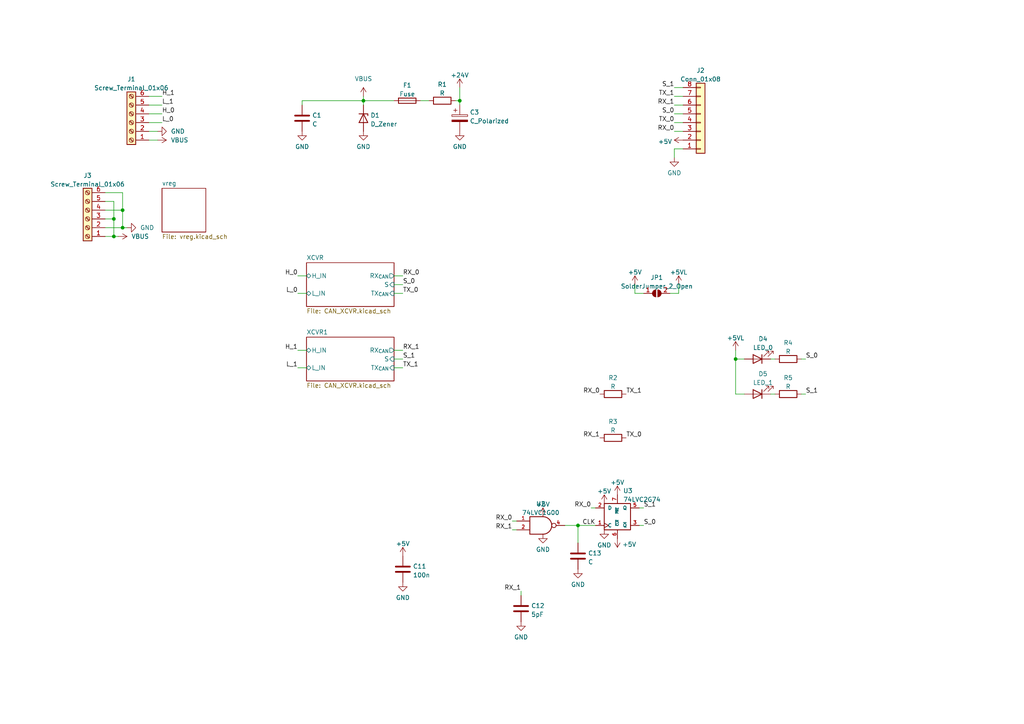
<source format=kicad_sch>
(kicad_sch (version 20230121) (generator eeschema)
  (paper "A4")
  (lib_symbols
    (symbol "74xGxx:74LVC1G00" (pin_names (offset 1.016))
      (property "Reference" "U" (at -2.54 3.81 0))
      (property "Value" "74LVC1G00" (at 0 -3.81 0))
      (symbol "74LVC1G00_0_1"
        (arc (start 0 -2.54) (mid 2.529 0) (end 0 2.54) (stroke (width 0.254)))
        (polyline (pts (xy 0 -2.54) (xy -3.81 -2.54) (xy -3.81 2.54) (xy 0 2.54)) (stroke (width 0.254)))
      )
      (symbol "74LVC1G00_1_1"
        (pin input line (at -7.62 1.27 0) (length 3.81) (name "~") (number "1"))
        (pin input line (at -7.62 -1.27 0) (length 3.81) (name "~") (number "2"))
        (pin power_in line (at 0 -2.54 270) (length 0) hide (name "GND") (number "3"))
        (pin output inverted (at 6.35 0 180) (length 3.81) (name "~") (number "4"))
        (pin power_in line (at 0 2.54 90) (length 0) hide (name "VCC") (number "5"))
      )
    )
    (symbol "74xGxx:74LVC2G74" (pin_names (offset 1.016))
      (property "Reference" "U" (at -2.54 5.08 0))
      (property "Value" "74LVC2G74" (at 5.08 -5.08 0))
      (symbol "74LVC2G74_0_1"
        (rectangle (start -3.81 3.81) (end 3.81 -3.81) (stroke (width 0.254)))
      )
      (symbol "74LVC2G74_1_1"
        (pin input clock (at -6.35 -2.54 0) (length 2.54) (name "C") (number "1"))
        (pin input line (at -6.35 2.54 0) (length 2.54) (name "D") (number "2"))
        (pin output line (at 6.35 -2.54 180) (length 2.54) (name "~{Q}") (number "3"))
        (pin power_in line (at -3.81 -3.81 270) (length 0) hide (name "GND") (number "4"))
        (pin output line (at 6.35 2.54 180) (length 2.54) (name "Q") (number "5"))
        (pin input line (at 0 -6.35 90) (length 2.54) (name "~{CLR}") (number "6"))
        (pin input line (at 0 6.35 270) (length 2.54) (name "~{PRE}") (number "7"))
        (pin power_in line (at -3.81 3.81 90) (length 0) hide (name "VCC") (number "8"))
      )
    )
    (symbol "Connector:Screw_Terminal_01x06" (pin_names (offset 1.016) hide)
      (property "Reference" "J" (at 0 7.62 0))
      (property "Value" "Screw_Terminal_01x06" (at 0 -10.16 0))
      (symbol "Screw_Terminal_01x06_1_1"
        (rectangle (start -1.27 6.35) (end 1.27 -8.89) (stroke (width 0.254)) (fill (type background)))
        (circle (center 0 -7.62) (radius 0.635) (stroke (width 0.1524)))
        (circle (center 0 -5.08) (radius 0.635) (stroke (width 0.1524)))
        (circle (center 0 -2.54) (radius 0.635) (stroke (width 0.1524)))
        (polyline (pts (xy -0.5334 -7.2898) (xy 0.3302 -8.128)) (stroke (width 0.1524)))
        (polyline (pts (xy -0.5334 -4.7498) (xy 0.3302 -5.588)) (stroke (width 0.1524)))
        (polyline (pts (xy -0.5334 -2.2098) (xy 0.3302 -3.048)) (stroke (width 0.1524)))
        (polyline (pts (xy -0.5334 0.3302) (xy 0.3302 -0.508)) (stroke (width 0.1524)))
        (polyline (pts (xy -0.5334 2.8702) (xy 0.3302 2.032)) (stroke (width 0.1524)))
        (polyline (pts (xy -0.5334 5.4102) (xy 0.3302 4.572)) (stroke (width 0.1524)))
        (polyline (pts (xy -0.3556 -7.112) (xy 0.508 -7.9502)) (stroke (width 0.1524)))
        (polyline (pts (xy -0.3556 -4.572) (xy 0.508 -5.4102)) (stroke (width 0.1524)))
        (polyline (pts (xy -0.3556 -2.032) (xy 0.508 -2.8702)) (stroke (width 0.1524)))
        (polyline (pts (xy -0.3556 0.508) (xy 0.508 -0.3302)) (stroke (width 0.1524)))
        (polyline (pts (xy -0.3556 3.048) (xy 0.508 2.2098)) (stroke (width 0.1524)))
        (polyline (pts (xy -0.3556 5.588) (xy 0.508 4.7498)) (stroke (width 0.1524)))
        (circle (center 0 0) (radius 0.635) (stroke (width 0.1524)))
        (circle (center 0 2.54) (radius 0.635) (stroke (width 0.1524)))
        (circle (center 0 5.08) (radius 0.635) (stroke (width 0.1524)))
        (pin passive line (at -5.08 5.08 0) (length 3.81) (name "Pin_1") (number "1"))
        (pin passive line (at -5.08 2.54 0) (length 3.81) (name "Pin_2") (number "2"))
        (pin passive line (at -5.08 0 0) (length 3.81) (name "Pin_3") (number "3"))
        (pin passive line (at -5.08 -2.54 0) (length 3.81) (name "Pin_4") (number "4"))
        (pin passive line (at -5.08 -5.08 0) (length 3.81) (name "Pin_5") (number "5"))
        (pin passive line (at -5.08 -7.62 0) (length 3.81) (name "Pin_6") (number "6"))
      )
    )
    (symbol "Connector_Generic:Conn_01x08" (pin_names (offset 1.016) hide)
      (property "Reference" "J" (at 0 10.16 0))
      (property "Value" "Conn_01x08" (at 0 -12.7 0))
      (symbol "Conn_01x08_1_1"
        (rectangle (start -1.27 -10.033) (end 0 -10.287) (stroke (width 0.1524)))
        (rectangle (start -1.27 -7.493) (end 0 -7.747) (stroke (width 0.1524)))
        (rectangle (start -1.27 -4.953) (end 0 -5.207) (stroke (width 0.1524)))
        (rectangle (start -1.27 -2.413) (end 0 -2.667) (stroke (width 0.1524)))
        (rectangle (start -1.27 0.127) (end 0 -0.127) (stroke (width 0.1524)))
        (rectangle (start -1.27 2.667) (end 0 2.413) (stroke (width 0.1524)))
        (rectangle (start -1.27 5.207) (end 0 4.953) (stroke (width 0.1524)))
        (rectangle (start -1.27 7.747) (end 0 7.493) (stroke (width 0.1524)))
        (rectangle (start -1.27 8.89) (end 1.27 -11.43) (stroke (width 0.254)) (fill (type background)))
        (pin passive line (at -5.08 7.62 0) (length 3.81) (name "Pin_1") (number "1"))
        (pin passive line (at -5.08 5.08 0) (length 3.81) (name "Pin_2") (number "2"))
        (pin passive line (at -5.08 2.54 0) (length 3.81) (name "Pin_3") (number "3"))
        (pin passive line (at -5.08 0 0) (length 3.81) (name "Pin_4") (number "4"))
        (pin passive line (at -5.08 -2.54 0) (length 3.81) (name "Pin_5") (number "5"))
        (pin passive line (at -5.08 -5.08 0) (length 3.81) (name "Pin_6") (number "6"))
        (pin passive line (at -5.08 -7.62 0) (length 3.81) (name "Pin_7") (number "7"))
        (pin passive line (at -5.08 -10.16 0) (length 3.81) (name "Pin_8") (number "8"))
      )
    )
    (symbol "Device:C" (pin_numbers hide) (pin_names (offset 0.254))
      (property "Reference" "C" (at 0.635 2.54 0))
      (property "Value" "C" (at 0.635 -2.54 0))
      (symbol "C_0_1"
        (polyline (pts (xy -2.032 -0.762) (xy 2.032 -0.762)) (stroke (width 0.508)))
        (polyline (pts (xy -2.032 0.762) (xy 2.032 0.762)) (stroke (width 0.508)))
      )
      (symbol "C_1_1"
        (pin passive line (at 0 3.81 270) (length 2.794) (name "~") (number "1"))
        (pin passive line (at 0 -3.81 90) (length 2.794) (name "~") (number "2"))
      )
    )
    (symbol "Device:C_Polarized" (pin_numbers hide) (pin_names (offset 0.254))
      (property "Reference" "C" (at 0.635 2.54 0))
      (property "Value" "C_Polarized" (at 0.635 -2.54 0))
      (symbol "C_Polarized_0_1"
        (rectangle (start -2.286 0.508) (end 2.286 1.016))
        (polyline (pts (xy -1.778 2.286) (xy -0.762 2.286)))
        (polyline (pts (xy -1.27 2.794) (xy -1.27 1.778)))
        (rectangle (start 2.286 -0.508) (end -2.286 -1.016) (fill (type outline)))
      )
      (symbol "C_Polarized_1_1"
        (pin passive line (at 0 3.81 270) (length 2.794) (name "~") (number "1"))
        (pin passive line (at 0 -3.81 90) (length 2.794) (name "~") (number "2"))
      )
    )
    (symbol "Device:D_Zener" (pin_numbers hide) (pin_names (offset 1.016) hide)
      (property "Reference" "D" (at 0 2.54 0))
      (property "Value" "D_Zener" (at 0 -2.54 0))
      (symbol "D_Zener_0_1"
        (polyline (pts (xy 1.27 0) (xy -1.27 0)))
        (polyline (pts (xy -1.27 -1.27) (xy -1.27 1.27) (xy -0.762 1.27)) (stroke (width 0.254)))
        (polyline (pts (xy 1.27 -1.27) (xy 1.27 1.27) (xy -1.27 0) (xy 1.27 -1.27)) (stroke (width 0.254)))
      )
      (symbol "D_Zener_1_1"
        (pin passive line (at -3.81 0 0) (length 2.54) (name "K") (number "1"))
        (pin passive line (at 3.81 0 180) (length 2.54) (name "A") (number "2"))
      )
    )
    (symbol "Device:Fuse" (pin_numbers hide) (pin_names (offset 0))
      (property "Reference" "F" (at 2.032 0 90))
      (property "Value" "Fuse" (at -1.905 0 90))
      (symbol "Fuse_0_1"
        (rectangle (start -0.762 -2.54) (end 0.762 2.54) (stroke (width 0.254)))
        (polyline (pts (xy 0 2.54) (xy 0 -2.54)))
      )
      (symbol "Fuse_1_1"
        (pin passive line (at 0 3.81 270) (length 1.27) (name "~") (number "1"))
        (pin passive line (at 0 -3.81 90) (length 1.27) (name "~") (number "2"))
      )
    )
    (symbol "Device:LED" (pin_numbers hide) (pin_names (offset 1.016) hide)
      (property "Reference" "D" (at 0 2.54 0))
      (property "Value" "LED" (at 0 -2.54 0))
      (symbol "LED_0_1"
        (polyline (pts (xy -1.27 -1.27) (xy -1.27 1.27)) (stroke (width 0.254)))
        (polyline (pts (xy -1.27 0) (xy 1.27 0)))
        (polyline (pts (xy 1.27 -1.27) (xy 1.27 1.27) (xy -1.27 0) (xy 1.27 -1.27)) (stroke (width 0.254)))
        (polyline (pts (xy -3.048 -0.762) (xy -4.572 -2.286) (xy -3.81 -2.286) (xy -4.572 -2.286) (xy -4.572 -1.524)))
        (polyline (pts (xy -1.778 -0.762) (xy -3.302 -2.286) (xy -2.54 -2.286) (xy -3.302 -2.286) (xy -3.302 -1.524)))
      )
      (symbol "LED_1_1"
        (pin passive line (at -3.81 0 0) (length 2.54) (name "K") (number "1"))
        (pin passive line (at 3.81 0 180) (length 2.54) (name "A") (number "2"))
      )
    )
    (symbol "Device:R" (pin_numbers hide) (pin_names (offset 0))
      (property "Reference" "R" (at 2.032 0 90))
      (property "Value" "R" (at 0 0 90))
      (symbol "R_0_1"
        (rectangle (start -1.016 -2.54) (end 1.016 2.54) (stroke (width 0.254)))
      )
      (symbol "R_1_1"
        (pin passive line (at 0 3.81 270) (length 1.27) (name "~") (number "1"))
        (pin passive line (at 0 -3.81 90) (length 1.27) (name "~") (number "2"))
      )
    )
    (symbol "Jumper:SolderJumper_2_Open" (pin_names (offset 0) hide)
      (property "Reference" "JP" (at 0 2.032 0))
      (property "Value" "SolderJumper_2_Open" (at 0 -2.54 0))
      (symbol "SolderJumper_2_Open_0_1"
        (arc (start -0.254 1.016) (mid -1.2656 0) (end -0.254 -1.016))
        (arc (start -0.254 1.016) (mid -1.2656 0) (end -0.254 -1.016) (fill (type outline)))
        (polyline (pts (xy -0.254 1.016) (xy -0.254 -1.016)))
        (polyline (pts (xy 0.254 1.016) (xy 0.254 -1.016)))
        (arc (start 0.254 -1.016) (mid 1.2656 0) (end 0.254 1.016))
        (arc (start 0.254 -1.016) (mid 1.2656 0) (end 0.254 1.016) (fill (type outline)))
      )
      (symbol "SolderJumper_2_Open_1_1"
        (pin passive line (at -3.81 0 0) (length 2.54) (name "A") (number "1"))
        (pin passive line (at 3.81 0 180) (length 2.54) (name "B") (number "2"))
      )
    )
    (symbol "power:+24V" (power) (pin_names (offset 0))
      (property "Value" "+24V" (at 0 3.556 0))
      (symbol "+24V_0_1"
        (polyline (pts (xy -0.762 1.27) (xy 0 2.54)))
        (polyline (pts (xy 0 0) (xy 0 2.54)))
        (polyline (pts (xy 0 2.54) (xy 0.762 1.27)))
      )
      (symbol "+24V_1_1"
        (pin power_in line (at 0 0 90) (length 0) hide (name "+24V") (number "1"))
      )
    )
    (symbol "power:+5V" (power) (pin_names (offset 0))
      (property "Value" "+5V" (at 0 3.556 0))
      (symbol "+5V_0_1"
        (polyline (pts (xy -0.762 1.27) (xy 0 2.54)))
        (polyline (pts (xy 0 0) (xy 0 2.54)))
        (polyline (pts (xy 0 2.54) (xy 0.762 1.27)))
      )
      (symbol "+5V_1_1"
        (pin power_in line (at 0 0 90) (length 0) hide (name "+5V") (number "1"))
      )
    )
    (symbol "power:+5VL" (power) (pin_names (offset 0))
      (property "Value" "+5VL" (at 0 3.556 0))
      (symbol "+5VL_0_1"
        (polyline (pts (xy -0.762 1.27) (xy 0 2.54)))
        (polyline (pts (xy 0 0) (xy 0 2.54)))
        (polyline (pts (xy 0 2.54) (xy 0.762 1.27)))
      )
      (symbol "+5VL_1_1"
        (pin power_in line (at 0 0 90) (length 0) hide (name "+5VL") (number "1"))
      )
    )
    (symbol "power:GND" (power) (pin_names (offset 0))
      (property "Value" "GND" (at 0 -3.81 0))
      (symbol "GND_0_1"
        (polyline (pts (xy 0 0) (xy 0 -1.27) (xy 1.27 -1.27) (xy 0 -2.54) (xy -1.27 -1.27) (xy 0 -1.27)))
      )
      (symbol "GND_1_1"
        (pin power_in line (at 0 0 270) (length 0) hide (name "GND") (number "1"))
      )
    )
    (symbol "power:VBUS" (power) (pin_names (offset 0))
      (property "Value" "VBUS" (at 0 3.81 0))
      (symbol "VBUS_0_1"
        (polyline (pts (xy -0.762 1.27) (xy 0 2.54)))
        (polyline (pts (xy 0 0) (xy 0 2.54)))
        (polyline (pts (xy 0 2.54) (xy 0.762 1.27)))
      )
      (symbol "VBUS_1_1"
        (pin power_in line (at 0 0 90) (length 0) hide (name "VBUS") (number "1"))
      )
    )
  )
  (junction (at 33.02 63.5))
  (junction (at 35.56 60.96))
  (junction (at 33.02 68.58))
  (junction (at 133.35 29.21))
  (junction (at 35.56 66.04))
  (junction (at 167.64 152.4))
  (junction (at 213.36 104.14))
  (junction (at 105.41 29.21))
  (wire (pts (xy 43.18 40.64) (xy 45.72 40.64)))
  (wire (pts (xy 163.83 152.4) (xy 167.64 152.4)))
  (wire (pts (xy 195.58 43.18) (xy 198.12 43.18)))
  (wire (pts (xy 33.02 68.58) (xy 34.29 68.58)))
  (wire (pts (xy 33.02 58.42) (xy 33.02 63.5)))
  (wire (pts (xy 86.36 80.01) (xy 88.9 80.01)))
  (wire (pts (xy 87.63 29.21) (xy 87.63 30.48)))
  (wire (pts (xy 148.59 151.13) (xy 149.86 151.13)))
  (wire (pts (xy 35.56 55.88) (xy 35.56 60.96)))
  (wire (pts (xy 105.41 29.21) (xy 114.3 29.21)))
  (wire (pts (xy 121.92 29.21) (xy 124.46 29.21)))
  (wire (pts (xy 43.18 27.94) (xy 46.99 27.94)))
  (wire (pts (xy 30.48 68.58) (xy 33.02 68.58)))
  (wire (pts (xy 105.41 27.94) (xy 105.41 29.21)))
  (wire (pts (xy 114.3 85.09) (xy 116.84 85.09)))
  (wire (pts (xy 185.42 152.4) (xy 186.69 152.4)))
  (wire (pts (xy 45.72 38.1) (xy 43.18 38.1)))
  (wire (pts (xy 105.41 29.21) (xy 105.41 30.48)))
  (wire (pts (xy 133.35 29.21) (xy 133.35 30.48)))
  (wire (pts (xy 186.69 85.09) (xy 184.15 85.09)))
  (wire (pts (xy 195.58 35.56) (xy 198.12 35.56)))
  (wire (pts (xy 133.35 25.4) (xy 133.35 29.21)))
  (wire (pts (xy 43.18 30.48) (xy 46.99 30.48)))
  (wire (pts (xy 86.36 106.68) (xy 88.9 106.68)))
  (wire (pts (xy 215.9 104.14) (xy 213.36 104.14)))
  (wire (pts (xy 213.36 114.3) (xy 215.9 114.3)))
  (wire (pts (xy 213.36 104.14) (xy 213.36 114.3)))
  (wire (pts (xy 223.52 104.14) (xy 224.79 104.14)))
  (wire (pts (xy 233.68 104.14) (xy 232.41 104.14)))
  (wire (pts (xy 114.3 80.01) (xy 116.84 80.01)))
  (wire (pts (xy 171.45 147.32) (xy 172.72 147.32)))
  (wire (pts (xy 194.31 85.09) (xy 196.85 85.09)))
  (wire (pts (xy 33.02 63.5) (xy 33.02 68.58)))
  (wire (pts (xy 114.3 106.68) (xy 116.84 106.68)))
  (wire (pts (xy 233.68 114.3) (xy 232.41 114.3)))
  (wire (pts (xy 185.42 147.32) (xy 186.69 147.32)))
  (wire (pts (xy 35.56 60.96) (xy 35.56 66.04)))
  (wire (pts (xy 195.58 38.1) (xy 198.12 38.1)))
  (wire (pts (xy 35.56 66.04) (xy 36.83 66.04)))
  (wire (pts (xy 30.48 60.96) (xy 35.56 60.96)))
  (wire (pts (xy 30.48 63.5) (xy 33.02 63.5)))
  (wire (pts (xy 196.85 85.09) (xy 196.85 82.55)))
  (wire (pts (xy 151.13 171.45) (xy 151.13 172.72)))
  (wire (pts (xy 30.48 66.04) (xy 35.56 66.04)))
  (wire (pts (xy 195.58 27.94) (xy 198.12 27.94)))
  (wire (pts (xy 224.79 114.3) (xy 223.52 114.3)))
  (wire (pts (xy 114.3 101.6) (xy 116.84 101.6)))
  (wire (pts (xy 87.63 29.21) (xy 105.41 29.21)))
  (wire (pts (xy 86.36 85.09) (xy 88.9 85.09)))
  (wire (pts (xy 30.48 58.42) (xy 33.02 58.42)))
  (wire (pts (xy 195.58 25.4) (xy 198.12 25.4)))
  (wire (pts (xy 195.58 30.48) (xy 198.12 30.48)))
  (wire (pts (xy 114.3 104.14) (xy 116.84 104.14)))
  (wire (pts (xy 43.18 33.02) (xy 46.99 33.02)))
  (wire (pts (xy 43.18 35.56) (xy 46.99 35.56)))
  (wire (pts (xy 30.48 55.88) (xy 35.56 55.88)))
  (wire (pts (xy 148.59 153.67) (xy 149.86 153.67)))
  (wire (pts (xy 114.3 82.55) (xy 116.84 82.55)))
  (wire (pts (xy 167.64 152.4) (xy 172.72 152.4)))
  (wire (pts (xy 167.64 152.4) (xy 167.64 157.48)))
  (wire (pts (xy 195.58 45.72) (xy 195.58 43.18)))
  (wire (pts (xy 195.58 33.02) (xy 198.12 33.02)))
  (wire (pts (xy 184.15 85.09) (xy 184.15 82.55)))
  (wire (pts (xy 213.36 101.6) (xy 213.36 104.14)))
  (wire (pts (xy 132.08 29.21) (xy 133.35 29.21)))
  (wire (pts (xy 86.36 101.6) (xy 88.9 101.6)))
  (label "RX_0" (at 148.59 151.13 180))
  (label "L_0" (at 46.99 35.56 0))
  (label "TX_1" (at 181.61 114.3 0))
  (label "TX_0" (at 195.58 35.56 180))
  (label "RX_1" (at 151.13 171.45 180))
  (label "RX_1" (at 116.84 101.6 0))
  (label "TX_1" (at 195.58 27.94 180))
  (label "S_1" (at 186.69 147.32 0))
  (label "H_0" (at 46.99 33.02 0))
  (label "TX_1" (at 116.84 106.68 0))
  (label "RX_1" (at 148.59 153.67 180))
  (label "S_1" (at 116.84 104.14 0))
  (label "H_1" (at 86.36 101.6 180))
  (label "RX_0" (at 173.99 114.3 180))
  (label "L_0" (at 86.36 85.09 180))
  (label "RX_0" (at 171.45 147.32 180))
  (label "L_1" (at 86.36 106.68 180))
  (label "S_0" (at 233.68 104.14 0))
  (label "H_1" (at 46.99 27.94 0))
  (label "RX_0" (at 195.58 38.1 180))
  (label "S_0" (at 116.84 82.55 0))
  (label "S_1" (at 233.68 114.3 0))
  (label "CLK" (at 168.91 152.4 0))
  (label "S_0" (at 186.69 152.4 0))
  (label "L_1" (at 46.99 30.48 0))
  (label "TX_0" (at 116.84 85.09 0))
  (label "S_0" (at 195.58 33.02 180))
  (label "RX_1" (at 195.58 30.48 180))
  (label "H_0" (at 86.36 80.01 180))
  (label "RX_1" (at 173.99 127 180))
  (label "RX_0" (at 116.84 80.01 0))
  (label "TX_0" (at 181.61 127 0))
  (label "S_1" (at 195.58 25.4 180))
  (symbol (lib_id "power:+5V") (at 179.07 143.51 0) (unit 1)
    (property "Reference" "#PWR0133" (effects hide))
    (property "Value" "+5V" (at 179.07 139.9342 0))
  )
  (symbol (lib_id "Device:D_Zener") (at 105.41 34.29 270) (unit 1)
    (property "Reference" "D1" (at 107.442 33.4553 90) (effects (justify left)))
    (property "Value" "D_Zener" (at 107.442 35.9922 90) (effects (justify left)))
    (property "Footprint" "Diode_SMD:D_SMA" (effects hide))
  )
  (symbol (lib_id "power:GND") (at 151.13 180.34 0) (unit 1)
    (property "Reference" "#PWR0129" (effects hide))
    (property "Value" "GND" (at 151.13 184.7834 0))
  )
  (symbol (lib_id "Connector:Screw_Terminal_01x06") (at 38.1 35.56 180) (unit 1)
    (property "Reference" "J1" (at 38.1 22.9702 0))
    (property "Value" "Screw_Terminal_01x06" (at 38.1 25.5071 0))
    (property "Footprint" "Connector_Phoenix_MC:PhoenixContact_MCV_1,5_6-G-3.81_1x06_P3.81mm_Vertical" (effects hide))
  )
  (symbol (lib_id "Device:C") (at 151.13 176.53 0) (unit 1)
    (property "Reference" "C12" (at 154.051 175.6953 0) (effects (justify left)))
    (property "Value" "5pF" (at 154.051 178.2322 0) (effects (justify left)))
    (property "Footprint" "Capacitor_SMD:C_0603_1608Metric" (effects hide))
  )
  (symbol (lib_id "power:+5VL") (at 213.36 101.6 0) (unit 1)
    (property "Reference" "#PWR0135" (effects hide))
    (property "Value" "+5VL" (at 213.36 98.0242 0))
  )
  (symbol (lib_id "Device:C") (at 116.84 165.1 180) (unit 1)
    (property "Reference" "C11" (at 119.761 164.2653 0) (effects (justify right)))
    (property "Value" "100n" (at 119.761 166.8022 0) (effects (justify right)))
    (property "Footprint" "Capacitor_SMD:C_0603_1608Metric" (effects hide))
  )
  (symbol (lib_id "power:GND") (at 167.64 165.1 0) (unit 1)
    (property "Reference" "#PWR0130" (effects hide))
    (property "Value" "GND" (at 167.64 169.5434 0))
  )
  (symbol (lib_id "power:+5V") (at 198.12 40.64 90) (unit 1)
    (property "Reference" "#PWR0112" (effects hide))
    (property "Value" "+5V" (at 194.9451 41.0738 90) (effects (justify left)))
  )
  (symbol (lib_id "Device:C") (at 87.63 34.29 0) (unit 1)
    (property "Reference" "C1" (at 90.551 33.4553 0) (effects (justify left)))
    (property "Value" "C" (at 90.551 35.9922 0) (effects (justify left)))
    (property "Footprint" "Capacitor_SMD:C_0603_1608Metric_Pad1.08x0.95mm_HandSolder" (effects hide))
  )
  (symbol (lib_id "power:GND") (at 195.58 45.72 0) (unit 1)
    (property "Reference" "#PWR0111" (effects hide))
    (property "Value" "GND" (at 195.58 50.1634 0))
  )
  (symbol (lib_id "Connector:Screw_Terminal_01x06") (at 25.4 63.5 180) (unit 1)
    (property "Reference" "J3" (at 25.4 50.9102 0))
    (property "Value" "Screw_Terminal_01x06" (at 25.4 53.4471 0))
    (property "Footprint" "Connector_Phoenix_MC:PhoenixContact_MCV_1,5_6-G-3.81_1x06_P3.81mm_Vertical" (effects hide))
  )
  (symbol (lib_id "power:+5V") (at 157.48 149.86 0) (unit 1)
    (property "Reference" "#PWR0104" (effects hide))
    (property "Value" "+5V" (at 157.48 146.2842 0))
  )
  (symbol (lib_id "Device:Fuse") (at 118.11 29.21 90) (unit 1)
    (property "Reference" "F1" (at 118.11 24.7482 90))
    (property "Value" "Fuse" (at 118.11 27.2851 90))
    (property "Footprint" "Fuse:Fuse_0805_2012Metric_Pad1.15x1.40mm_HandSolder" (effects hide))
  )
  (symbol (lib_id "power:+5V") (at 175.26 146.05 0) (unit 1)
    (property "Reference" "#PWR0131" (effects hide))
    (property "Value" "+5V" (at 175.26 142.4742 0))
  )
  (symbol (lib_id "Device:C") (at 167.64 161.29 0) (unit 1)
    (property "Reference" "C13" (at 170.561 160.4553 0) (effects (justify left)))
    (property "Value" "C" (at 170.561 162.9922 0) (effects (justify left)))
    (property "Footprint" "Capacitor_SMD:C_0603_1608Metric" (effects hide))
  )
  (symbol (lib_id "74xGxx:74LVC1G00") (at 157.48 152.4 0) (unit 1)
    (property "Reference" "U2" (at 156.845 146.1602 0))
    (property "Value" "74LVC1G00" (at 156.845 148.6971 0))
    (property "Footprint" "Package_TO_SOT_SMD:SOT-353_SC-70-5" (effects hide))
    (property "Datasheet" "http://www.ti.com/lit/sg/scyt129e/scyt129e.pdf" (effects hide))
  )
  (symbol (lib_id "Connector_Generic:Conn_01x08") (at 203.2 35.56 0) (mirror x) (unit 1)
    (property "Reference" "J2" (at 203.2 20.4302 0))
    (property "Value" "Conn_01x08" (at 203.2 22.9671 0))
    (property "Footprint" "Connector_PinHeader_2.54mm:PinHeader_1x08_P2.54mm_Vertical" (effects hide))
  )
  (symbol (lib_id "Device:LED") (at 219.71 104.14 180) (unit 1)
    (property "Reference" "D4" (at 221.2975 98.2812 0))
    (property "Value" "LED_0" (at 221.2975 100.8181 0))
    (property "Footprint" "LED_SMD:LED_0603_1608Metric" (effects hide))
  )
  (symbol (lib_id "Device:R") (at 228.6 114.3 270) (mirror x) (unit 1)
    (property "Reference" "R5" (at 228.6 109.5842 90))
    (property "Value" "R" (at 228.6 112.1211 90))
    (property "Footprint" "Resistor_SMD:R_0603_1608Metric" (effects hide))
  )
  (symbol (lib_id "power:VBUS") (at 105.41 27.94 0) (unit 1)
    (property "Reference" "#PWR012" (effects hide))
    (property "Value" "VBUS" (at 105.41 22.86 0))
  )
  (symbol (lib_id "power:GND") (at 105.41 38.1 0) (unit 1)
    (property "Reference" "#PWR0105" (effects hide))
    (property "Value" "GND" (at 105.41 42.5434 0))
  )
  (symbol (lib_id "power:+5VL") (at 196.85 82.55 0) (unit 1)
    (property "Reference" "#PWR0137" (effects hide))
    (property "Value" "+5VL" (at 196.85 78.9742 0))
  )
  (symbol (lib_id "power:+24V") (at 133.35 25.4 0) (unit 1)
    (property "Reference" "#PWR0106" (effects hide))
    (property "Value" "+24V" (at 133.35 21.8242 0))
  )
  (symbol (lib_id "power:VBUS") (at 45.72 40.64 270) (unit 1)
    (property "Reference" "#PWR011" (effects hide))
    (property "Value" "VBUS" (at 49.53 40.64 90) (effects (justify left)))
  )
  (symbol (lib_id "power:GND") (at 133.35 38.1 0) (unit 1)
    (property "Reference" "#PWR0107" (effects hide))
    (property "Value" "GND" (at 133.35 42.5434 0))
  )
  (symbol (lib_id "Device:R") (at 177.8 114.3 90) (unit 1)
    (property "Reference" "R2" (at 177.8 109.5842 90))
    (property "Value" "R" (at 177.8 112.1211 90))
    (property "Footprint" "Resistor_SMD:R_0603_1608Metric" (effects hide))
  )
  (symbol (lib_id "Device:C_Polarized") (at 133.35 34.29 0) (unit 1)
    (property "Reference" "C3" (at 136.271 32.5663 0) (effects (justify left)))
    (property "Value" "C_Polarized" (at 136.271 35.1032 0) (effects (justify left)))
    (property "Footprint" "Capacitor_THT:CP_Radial_D5.0mm_P2.50mm" (effects hide))
  )
  (symbol (lib_id "power:+5V") (at 184.15 82.55 0) (unit 1)
    (property "Reference" "#PWR0138" (effects hide))
    (property "Value" "+5V" (at 184.15 78.9742 0))
  )
  (symbol (lib_id "Device:R") (at 128.27 29.21 90) (unit 1)
    (property "Reference" "R1" (at 128.27 24.4942 90))
    (property "Value" "R" (at 128.27 27.0311 90))
    (property "Footprint" "Resistor_SMD:R_0805_2012Metric" (effects hide))
  )
  (symbol (lib_id "Device:R") (at 228.6 104.14 90) (unit 1)
    (property "Reference" "R4" (at 228.6 99.4242 90))
    (property "Value" "R" (at 228.6 101.9611 90))
    (property "Footprint" "Resistor_SMD:R_0603_1608Metric" (effects hide))
  )
  (symbol (lib_id "power:GND") (at 157.48 154.94 0) (unit 1)
    (property "Reference" "#PWR0128" (effects hide))
    (property "Value" "GND" (at 157.48 159.3834 0))
  )
  (symbol (lib_id "power:GND") (at 36.83 66.04 90) (unit 1)
    (property "Reference" "#PWR01" (effects hide))
    (property "Value" "GND" (at 40.64 66.04 90) (effects (justify right)))
  )
  (symbol (lib_id "power:+5V") (at 116.84 161.29 0) (unit 1)
    (property "Reference" "#PWR0109" (effects hide))
    (property "Value" "+5V" (at 116.84 157.7142 0))
  )
  (symbol (lib_id "power:VBUS") (at 34.29 68.58 270) (unit 1)
    (property "Reference" "#PWR010" (effects hide))
    (property "Value" "VBUS" (at 38.1 68.58 90) (effects (justify left)))
  )
  (symbol (lib_id "Device:LED") (at 219.71 114.3 180) (unit 1)
    (property "Reference" "D5" (at 221.2975 108.4412 0))
    (property "Value" "LED_1" (at 221.2975 110.9781 0))
    (property "Footprint" "LED_SMD:LED_0603_1608Metric" (effects hide))
  )
  (symbol (lib_id "power:GND") (at 175.26 153.67 0) (unit 1)
    (property "Reference" "#PWR0132" (effects hide))
    (property "Value" "GND" (at 175.26 158.1134 0))
  )
  (symbol (lib_id "power:GND") (at 87.63 38.1 0) (unit 1)
    (property "Reference" "#PWR0108" (effects hide))
    (property "Value" "GND" (at 87.63 42.5434 0))
  )
  (symbol (lib_id "power:GND") (at 45.72 38.1 90) (unit 1)
    (property "Reference" "#PWR0101" (effects hide))
    (property "Value" "GND" (at 49.53 38.1 90) (effects (justify right)))
  )
  (symbol (lib_id "Jumper:SolderJumper_2_Open") (at 190.5 85.09 0) (unit 1)
    (property "Reference" "JP1" (at 190.5 80.5012 0))
    (property "Value" "SolderJumper_2_Open" (at 190.5 83.0381 0))
    (property "Footprint" "Jumper:SolderJumper-2_P1.3mm_Open_RoundedPad1.0x1.5mm" (effects hide))
  )
  (symbol (lib_id "74xGxx:74LVC2G74") (at 179.07 149.86 0) (unit 1)
    (property "Reference" "U3" (at 180.7401 142.3502 0) (effects (justify left)))
    (property "Value" "74LVC2G74" (at 180.7401 144.8871 0) (effects (justify left)))
    (property "Footprint" "Package_SO:TSSOP-8_3x3mm_P0.65mm" (effects hide))
    (property "Datasheet" "http://www.ti.com/lit/sg/scyt129e/scyt129e.pdf" (effects hide))
  )
  (symbol (lib_id "power:GND") (at 116.84 168.91 0) (unit 1)
    (property "Reference" "#PWR0110" (effects hide))
    (property "Value" "GND" (at 116.84 173.3534 0))
  )
  (symbol (lib_id "Device:R") (at 177.8 127 90) (unit 1)
    (property "Reference" "R3" (at 177.8 122.2842 90))
    (property "Value" "R" (at 177.8 124.8211 90))
    (property "Footprint" "Resistor_SMD:R_0603_1608Metric" (effects hide))
  )
  (symbol (lib_id "power:+5V") (at 179.07 156.21 180) (unit 1)
    (property "Reference" "#PWR0134" (effects hide))
    (property "Value" "+5V" (at 180.467 157.9138 0) (effects (justify right)))
  )
  (sheet (at 46.99 54.61) (size 12.7 12.7) (stroke (width 0.1524))
    (property "Sheetname" "vreg" (at 46.99 53.8984 0) (effects (justify left bottom)))
    (property "Sheetfile" "vreg.kicad_sch" (at 46.99 67.8946 0) (effects (justify left top)))
  )
  (sheet (at 88.9 76.2) (size 25.4 12.7) (stroke (width 0.1524))
    (property "Sheetname" "XCVR" (at 88.9 75.4884 0) (effects (justify left bottom)))
    (property "Sheetfile" "CAN_XCVR.kicad_sch" (at 88.9 89.4846 0) (effects (justify left top)))
    (pin "TX_{CAN}" input (at 114.3 85.09 0))
    (pin "RX_{CAN}" output (at 114.3 80.01 0))
    (pin "H_IN" bidirectional (at 88.9 80.01 180))
    (pin "L_IN" bidirectional (at 88.9 85.09 180))
    (pin "S" input (at 114.3 82.55 0))
  )
  (sheet (at 88.9 97.79) (size 25.4 12.7) (stroke (width 0.1524))
    (property "Sheetname" "XCVR1" (at 88.9 97.0784 0) (effects (justify left bottom)))
    (property "Sheetfile" "CAN_XCVR.kicad_sch" (at 88.9 111.0746 0) (effects (justify left top)))
    (pin "TX_{CAN}" input (at 114.3 106.68 0))
    (pin "RX_{CAN}" output (at 114.3 101.6 0))
    (pin "H_IN" bidirectional (at 88.9 101.6 180))
    (pin "L_IN" bidirectional (at 88.9 106.68 180))
    (pin "S" input (at 114.3 104.14 0))
  )
)
</source>
